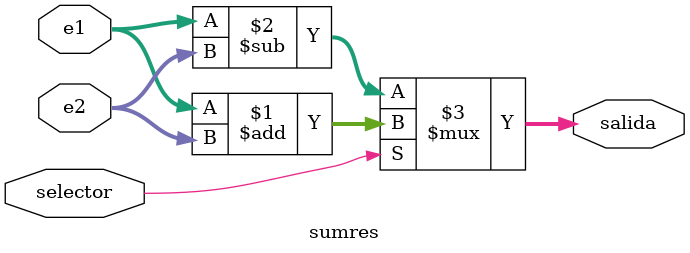
<source format=v>
module sumres #(parameter WIDTH = 8) (input wire [WIDTH-1:0] e1, e2, input wire selector, output wire [WIDTH-1:0] salida);

    assign salida = selector ? e1 + e2 : e1 - e2; 

endmodule
</source>
